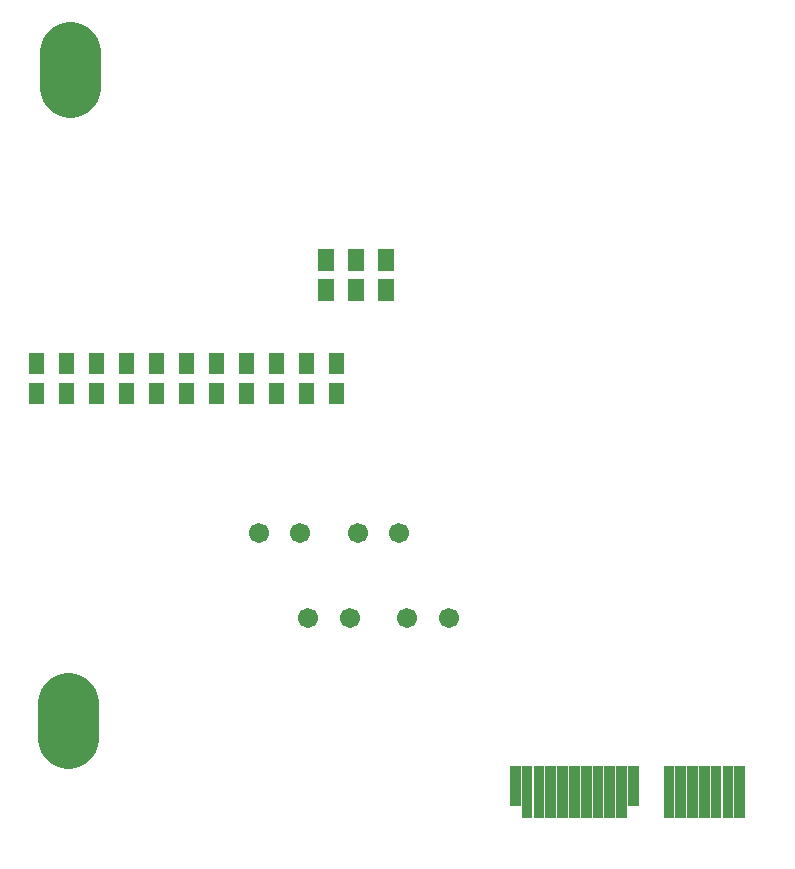
<source format=gbs>
G04 Layer: BottomSolderMaskLayer*
G04 EasyEDA v6.4.19.4, 2021-05-08T19:32:42+08:00*
G04 959c2f807fa24cb394336e4151b9ccfb,119f753a6ce64b8d841f2ad33262ab0c,10*
G04 Gerber Generator version 0.2*
G04 Scale: 100 percent, Rotated: No, Reflected: No *
G04 Dimensions in millimeters *
G04 leading zeros omitted , absolute positions ,4 integer and 5 decimal *
%FSLAX45Y45*%
%MOMM*%

%ADD59C,5.2032*%
%ADD79C,1.7016*%

%LPD*%
D59*
X1295400Y200799D02*
G01*
X1295400Y-99202D01*
X1308100Y5712599D02*
G01*
X1308100Y5412597D01*
G36*
X5036565Y-672084D02*
G01*
X5036565Y-331723D01*
X5126736Y-331723D01*
X5126736Y-672084D01*
G37*
G36*
X5136388Y-772160D02*
G01*
X5136388Y-331723D01*
X5226811Y-331723D01*
X5226811Y-772160D01*
G37*
G36*
X5236463Y-772160D02*
G01*
X5236463Y-331723D01*
X5326634Y-331723D01*
X5326634Y-772160D01*
G37*
G36*
X5336540Y-772160D02*
G01*
X5336540Y-331723D01*
X5426709Y-331723D01*
X5426709Y-772160D01*
G37*
G36*
X5436361Y-772160D02*
G01*
X5436361Y-331723D01*
X5526786Y-331723D01*
X5526786Y-772160D01*
G37*
G36*
X5536438Y-772160D02*
G01*
X5536438Y-331723D01*
X5626861Y-331723D01*
X5626861Y-772160D01*
G37*
G36*
X5636513Y-772160D02*
G01*
X5636513Y-331723D01*
X5726684Y-331723D01*
X5726684Y-772160D01*
G37*
G36*
X5736590Y-772160D02*
G01*
X5736590Y-331723D01*
X5826759Y-331723D01*
X5826759Y-772160D01*
G37*
G36*
X5836411Y-772160D02*
G01*
X5836411Y-331723D01*
X5926836Y-331723D01*
X5926836Y-772160D01*
G37*
G36*
X5936488Y-772160D02*
G01*
X5936488Y-331723D01*
X6026658Y-331723D01*
X6026658Y-772160D01*
G37*
G36*
X6036563Y-672084D02*
G01*
X6036563Y-331723D01*
X6126734Y-331723D01*
X6126734Y-672084D01*
G37*
G36*
X6336538Y-772160D02*
G01*
X6336538Y-331723D01*
X6426961Y-331723D01*
X6426961Y-772160D01*
G37*
G36*
X6436359Y-772160D02*
G01*
X6436359Y-331723D01*
X6526784Y-331723D01*
X6526784Y-772160D01*
G37*
G36*
X6536436Y-772160D02*
G01*
X6536436Y-331723D01*
X6626859Y-331723D01*
X6626859Y-772160D01*
G37*
G36*
X6636511Y-772160D02*
G01*
X6636511Y-331723D01*
X6726681Y-331723D01*
X6726681Y-772160D01*
G37*
G36*
X6736334Y-772160D02*
G01*
X6736334Y-331723D01*
X6826758Y-331723D01*
X6826758Y-772160D01*
G37*
G36*
X6836409Y-772160D02*
G01*
X6836409Y-331723D01*
X6926834Y-331723D01*
X6926834Y-772160D01*
G37*
G36*
X6936486Y-772160D02*
G01*
X6936486Y-331723D01*
X7026656Y-331723D01*
X7026656Y-772160D01*
G37*
D79*
G01*
X4168393Y914400D03*
G01*
X4518406Y914400D03*
G01*
X3330193Y914400D03*
G01*
X3680206Y914400D03*
G01*
X2911093Y1638300D03*
G01*
X3261106Y1638300D03*
G01*
X3749293Y1638300D03*
G01*
X4099306Y1638300D03*
G36*
X3503675Y2983229D02*
G01*
X3503675Y3163570D01*
X3633724Y3163570D01*
X3633724Y2983229D01*
G37*
G36*
X3503675Y2729229D02*
G01*
X3503675Y2909570D01*
X3633724Y2909570D01*
X3633724Y2729229D01*
G37*
G36*
X3249675Y2983229D02*
G01*
X3249675Y3163570D01*
X3379724Y3163570D01*
X3379724Y2983229D01*
G37*
G36*
X3249675Y2729229D02*
G01*
X3249675Y2909570D01*
X3379724Y2909570D01*
X3379724Y2729229D01*
G37*
G36*
X2995675Y2983229D02*
G01*
X2995675Y3163570D01*
X3125724Y3163570D01*
X3125724Y2983229D01*
G37*
G36*
X2995675Y2729229D02*
G01*
X2995675Y2909570D01*
X3125724Y2909570D01*
X3125724Y2729229D01*
G37*
G36*
X2741675Y2983229D02*
G01*
X2741675Y3163570D01*
X2871724Y3163570D01*
X2871724Y2983229D01*
G37*
G36*
X2741675Y2729229D02*
G01*
X2741675Y2909570D01*
X2871724Y2909570D01*
X2871724Y2729229D01*
G37*
G36*
X2487675Y2983229D02*
G01*
X2487675Y3163570D01*
X2617724Y3163570D01*
X2617724Y2983229D01*
G37*
G36*
X2487675Y2729229D02*
G01*
X2487675Y2909570D01*
X2617724Y2909570D01*
X2617724Y2729229D01*
G37*
G36*
X2233675Y2983229D02*
G01*
X2233675Y3163570D01*
X2363724Y3163570D01*
X2363724Y2983229D01*
G37*
G36*
X2233675Y2729229D02*
G01*
X2233675Y2909570D01*
X2363724Y2909570D01*
X2363724Y2729229D01*
G37*
G36*
X1979675Y2983229D02*
G01*
X1979675Y3163570D01*
X2109724Y3163570D01*
X2109724Y2983229D01*
G37*
G36*
X1979675Y2729229D02*
G01*
X1979675Y2909570D01*
X2109724Y2909570D01*
X2109724Y2729229D01*
G37*
G36*
X1725675Y2983229D02*
G01*
X1725675Y3163570D01*
X1855724Y3163570D01*
X1855724Y2983229D01*
G37*
G36*
X1725675Y2729229D02*
G01*
X1725675Y2909570D01*
X1855724Y2909570D01*
X1855724Y2729229D01*
G37*
G36*
X1471675Y2983229D02*
G01*
X1471675Y3163570D01*
X1601724Y3163570D01*
X1601724Y2983229D01*
G37*
G36*
X1471675Y2729229D02*
G01*
X1471675Y2909570D01*
X1601724Y2909570D01*
X1601724Y2729229D01*
G37*
G36*
X1217675Y2983229D02*
G01*
X1217675Y3163570D01*
X1347724Y3163570D01*
X1347724Y2983229D01*
G37*
G36*
X1217675Y2729229D02*
G01*
X1217675Y2909570D01*
X1347724Y2909570D01*
X1347724Y2729229D01*
G37*
G36*
X963675Y2983229D02*
G01*
X963675Y3163570D01*
X1093724Y3163570D01*
X1093724Y2983229D01*
G37*
G36*
X963675Y2729229D02*
G01*
X963675Y2909570D01*
X1093724Y2909570D01*
X1093724Y2729229D01*
G37*
G36*
X3917695Y3854450D02*
G01*
X3917695Y4044950D01*
X4057904Y4044950D01*
X4057904Y3854450D01*
G37*
G36*
X3663695Y3854450D02*
G01*
X3663695Y4044950D01*
X3803904Y4044950D01*
X3803904Y3854450D01*
G37*
G36*
X3409695Y3854450D02*
G01*
X3409695Y4044950D01*
X3549904Y4044950D01*
X3549904Y3854450D01*
G37*
G36*
X3409695Y3600450D02*
G01*
X3409695Y3790950D01*
X3549904Y3790950D01*
X3549904Y3600450D01*
G37*
G36*
X3663695Y3600450D02*
G01*
X3663695Y3790950D01*
X3803904Y3790950D01*
X3803904Y3600450D01*
G37*
G36*
X3917695Y3600450D02*
G01*
X3917695Y3790950D01*
X4057904Y3790950D01*
X4057904Y3600450D01*
G37*
M02*

</source>
